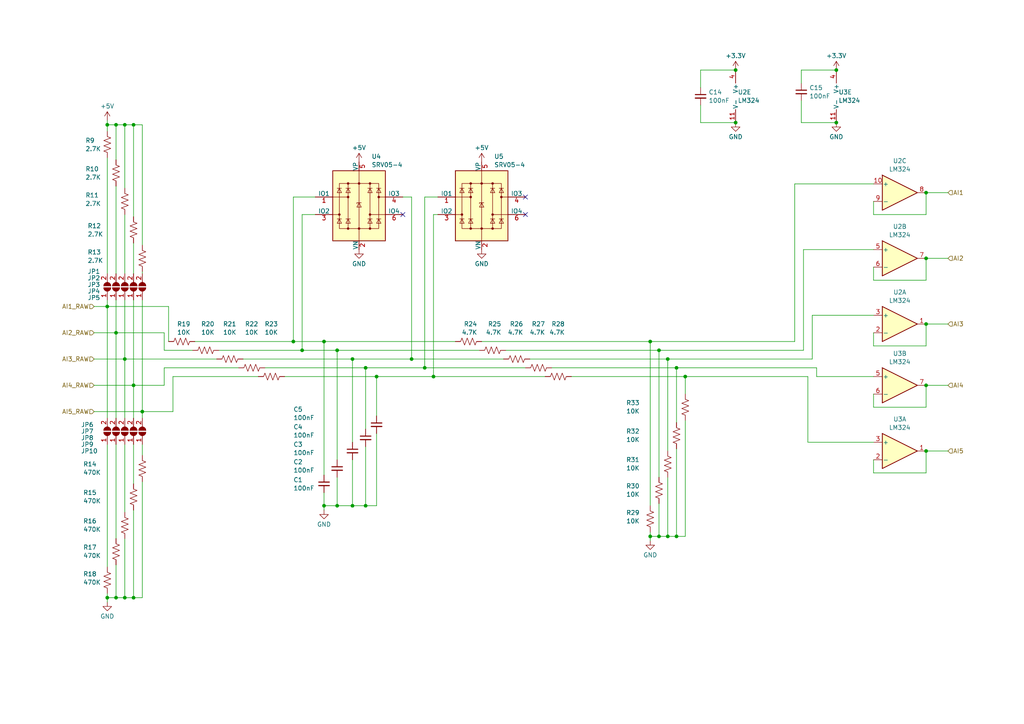
<source format=kicad_sch>
(kicad_sch (version 20231120) (generator "eeschema") (generator_version "8.0")
  (paper "A4")
  (title_block (title "CANBoard-Base") (date "2024-07-13") (rev "v1") (company "Dingo Electronics") (comment 1 "github.com/corygrant") (comment 2 "Cory Grant"))
  (lib_symbols
    (symbol "Amplifier_Operational:LM324" (pin_names (offset 0.127))
      (property "Reference" "U" (at 0 5.08 0))
      (property "Value" "LM324" (at 0 -5.08 0))
      (symbol "LM324_1_1"
        (polyline (pts (xy -5.08 5.08) (xy 5.08 0) (xy -5.08 -5.08) (xy -5.08 5.08)) (stroke (width 0.254)) (fill (type background)))
        (pin output line (at 7.62 0 180) (length 2.54) (name "~") (number "1"))
        (pin input line (at -7.62 -2.54 0) (length 2.54) (name "-") (number "2"))
        (pin input line (at -7.62 2.54 0) (length 2.54) (name "+") (number "3"))
      )
      (symbol "LM324_2_1"
        (polyline (pts (xy -5.08 5.08) (xy 5.08 0) (xy -5.08 -5.08) (xy -5.08 5.08)) (stroke (width 0.254)) (fill (type background)))
        (pin input line (at -7.62 2.54 0) (length 2.54) (name "+") (number "5"))
        (pin input line (at -7.62 -2.54 0) (length 2.54) (name "-") (number "6"))
        (pin output line (at 7.62 0 180) (length 2.54) (name "~") (number "7"))
      )
      (symbol "LM324_3_1"
        (polyline (pts (xy -5.08 5.08) (xy 5.08 0) (xy -5.08 -5.08) (xy -5.08 5.08)) (stroke (width 0.254)) (fill (type background)))
        (pin input line (at -7.62 2.54 0) (length 2.54) (name "+") (number "10"))
        (pin output line (at 7.62 0 180) (length 2.54) (name "~") (number "8"))
        (pin input line (at -7.62 -2.54 0) (length 2.54) (name "-") (number "9"))
      )
      (symbol "LM324_4_1"
        (polyline (pts (xy -5.08 5.08) (xy 5.08 0) (xy -5.08 -5.08) (xy -5.08 5.08)) (stroke (width 0.254)) (fill (type background)))
        (pin input line (at -7.62 2.54 0) (length 2.54) (name "+") (number "12"))
        (pin input line (at -7.62 -2.54 0) (length 2.54) (name "-") (number "13"))
        (pin output line (at 7.62 0 180) (length 2.54) (name "~") (number "14"))
      )
      (symbol "LM324_5_1"
        (pin power_in line (at -2.54 -7.62 90) (length 3.81) (name "V-") (number "11"))
        (pin power_in line (at -2.54 7.62 270) (length 3.81) (name "V+") (number "4"))
      )
    )
    (symbol "Device:C_Small" (pin_numbers hide) (pin_names (offset 0.254) hide)
      (property "Reference" "C" (at 0.254 1.778 0))
      (property "Value" "C_Small" (at 0.254 -2.032 0))
      (symbol "C_Small_0_1"
        (polyline (pts (xy -1.524 -0.508) (xy 1.524 -0.508)) (stroke (width 0.3302)))
        (polyline (pts (xy -1.524 0.508) (xy 1.524 0.508)) (stroke (width 0.3048)))
      )
      (symbol "C_Small_1_1"
        (pin passive line (at 0 2.54 270) (length 2.032) (name "~") (number "1"))
        (pin passive line (at 0 -2.54 90) (length 2.032) (name "~") (number "2"))
      )
    )
    (symbol "Device:R_US" (pin_numbers hide) (pin_names (offset 0))
      (property "Reference" "R" (at 2.54 0 90))
      (property "Value" "R_US" (at -2.54 0 90))
      (symbol "R_US_0_1"
        (polyline (pts (xy 0 -2.286) (xy 0 -2.54)))
        (polyline (pts (xy 0 2.286) (xy 0 2.54)))
        (polyline (pts (xy 0 -0.762) (xy 1.016 -1.143) (xy 0 -1.524) (xy -1.016 -1.905) (xy 0 -2.286)))
        (polyline (pts (xy 0 0.762) (xy 1.016 0.381) (xy 0 0) (xy -1.016 -0.381) (xy 0 -0.762)))
        (polyline (pts (xy 0 2.286) (xy 1.016 1.905) (xy 0 1.524) (xy -1.016 1.143) (xy 0 0.762)))
      )
      (symbol "R_US_1_1"
        (pin passive line (at 0 3.81 270) (length 1.27) (name "~") (number "1"))
        (pin passive line (at 0 -3.81 90) (length 1.27) (name "~") (number "2"))
      )
    )
    (symbol "Jumper:SolderJumper_2_Open" (pin_names (offset 0) hide)
      (property "Reference" "JP" (at 0 2.032 0))
      (property "Value" "SolderJumper_2_Open" (at 0 -2.54 0))
      (symbol "SolderJumper_2_Open_0_1"
        (arc (start -0.254 1.016) (mid -1.2656 0) (end -0.254 -1.016))
        (arc (start -0.254 1.016) (mid -1.2656 0) (end -0.254 -1.016) (fill (type outline)))
        (polyline (pts (xy -0.254 1.016) (xy -0.254 -1.016)))
        (polyline (pts (xy 0.254 1.016) (xy 0.254 -1.016)))
        (arc (start 0.254 -1.016) (mid 1.2656 0) (end 0.254 1.016))
        (arc (start 0.254 -1.016) (mid 1.2656 0) (end 0.254 1.016) (fill (type outline)))
      )
      (symbol "SolderJumper_2_Open_1_1"
        (pin passive line (at -3.81 0 0) (length 2.54) (name "A") (number "1"))
        (pin passive line (at 3.81 0 180) (length 2.54) (name "B") (number "2"))
      )
    )
    (symbol "Power_Protection:SRV05-4" (pin_names (offset 0))
      (property "Reference" "U" (at -5.08 11.43 0))
      (property "Value" "SRV05-4" (at 2.54 11.43 0))
      (symbol "SRV05-4_0_0"
        (rectangle (start -5.715 6.477) (end 5.715 -6.604))
        (polyline (pts (xy -3.175 -6.604) (xy -3.175 6.477)))
        (polyline (pts (xy 3.175 6.477) (xy 3.175 -6.604)))
      )
      (symbol "SRV05-4_0_1"
        (rectangle (start -7.62 10.16) (end 7.62 -10.16) (stroke (width 0.254)) (fill (type background)))
        (circle (center -5.715 -2.54) (radius 0.2794) (fill (type outline)))
        (circle (center -3.175 -6.604) (radius 0.2794) (fill (type outline)))
        (circle (center -3.175 2.54) (radius 0.2794) (fill (type outline)))
        (circle (center -3.175 6.477) (radius 0.2794) (fill (type outline)))
        (circle (center 0 -6.604) (radius 0.2794) (fill (type outline)))
        (polyline (pts (xy -7.747 2.54) (xy -3.175 2.54)))
        (polyline (pts (xy -7.62 -2.54) (xy -5.715 -2.54)))
        (polyline (pts (xy -5.08 -3.81) (xy -6.35 -3.81)))
        (polyline (pts (xy -5.08 5.08) (xy -6.35 5.08)))
        (polyline (pts (xy -2.54 -3.81) (xy -3.81 -3.81)))
        (polyline (pts (xy -2.54 5.08) (xy -3.81 5.08)))
        (polyline (pts (xy 0 10.16) (xy 0 -10.16)))
        (polyline (pts (xy 3.81 -3.81) (xy 2.54 -3.81)))
        (polyline (pts (xy 3.81 5.08) (xy 2.54 5.08)))
        (polyline (pts (xy 6.35 -3.81) (xy 5.08 -3.81)))
        (polyline (pts (xy 6.35 5.08) (xy 5.08 5.08)))
        (polyline (pts (xy 7.62 -2.54) (xy 3.175 -2.54)))
        (polyline (pts (xy 7.62 2.54) (xy 5.715 2.54)))
        (polyline (pts (xy 0.635 0.889) (xy -0.635 0.889) (xy -0.635 0.635)))
        (polyline (pts (xy -5.08 -5.08) (xy -6.35 -5.08) (xy -5.715 -3.81) (xy -5.08 -5.08)))
        (polyline (pts (xy -5.08 3.81) (xy -6.35 3.81) (xy -5.715 5.08) (xy -5.08 3.81)))
        (polyline (pts (xy -2.54 -5.08) (xy -3.81 -5.08) (xy -3.175 -3.81) (xy -2.54 -5.08)))
        (polyline (pts (xy -2.54 3.81) (xy -3.81 3.81) (xy -3.175 5.08) (xy -2.54 3.81)))
        (polyline (pts (xy 0.635 -0.381) (xy -0.635 -0.381) (xy 0 0.889) (xy 0.635 -0.381)))
        (polyline (pts (xy 3.81 -5.08) (xy 2.54 -5.08) (xy 3.175 -3.81) (xy 3.81 -5.08)))
        (polyline (pts (xy 3.81 3.81) (xy 2.54 3.81) (xy 3.175 5.08) (xy 3.81 3.81)))
        (polyline (pts (xy 6.35 -5.08) (xy 5.08 -5.08) (xy 5.715 -3.81) (xy 6.35 -5.08)))
        (polyline (pts (xy 6.35 3.81) (xy 5.08 3.81) (xy 5.715 5.08) (xy 6.35 3.81)))
        (circle (center 0 6.477) (radius 0.2794) (fill (type outline)))
        (circle (center 3.175 -6.604) (radius 0.2794) (fill (type outline)))
        (circle (center 3.175 -2.54) (radius 0.2794) (fill (type outline)))
        (circle (center 3.175 6.477) (radius 0.2794) (fill (type outline)))
        (circle (center 5.715 2.54) (radius 0.2794) (fill (type outline)))
      )
      (symbol "SRV05-4_1_1"
        (pin passive line (at -12.7 2.54 0) (length 5.08) (name "IO1") (number "1"))
        (pin passive line (at 0 -12.7 90) (length 2.54) (name "VN") (number "2"))
        (pin passive line (at -12.7 -2.54 0) (length 5.08) (name "IO2") (number "3"))
        (pin passive line (at 12.7 2.54 180) (length 5.08) (name "IO3") (number "4"))
        (pin passive line (at 0 12.7 270) (length 2.54) (name "VP") (number "5"))
        (pin passive line (at 12.7 -2.54 180) (length 5.08) (name "IO4") (number "6"))
      )
    )
    (symbol "power:+3.3V" (power) (pin_names (offset 0))
      (property "Value" "+3.3V" (at 0 3.556 0))
      (symbol "+3.3V_0_1"
        (polyline (pts (xy -0.762 1.27) (xy 0 2.54)))
        (polyline (pts (xy 0 0) (xy 0 2.54)))
        (polyline (pts (xy 0 2.54) (xy 0.762 1.27)))
      )
      (symbol "+3.3V_1_1"
        (pin power_in line (at 0 0 90) (length 0) hide (name "+3.3V") (number "1"))
      )
    )
    (symbol "power:+5V" (power) (pin_names (offset 0))
      (property "Value" "+5V" (at 0 3.556 0))
      (symbol "+5V_0_1"
        (polyline (pts (xy -0.762 1.27) (xy 0 2.54)))
        (polyline (pts (xy 0 0) (xy 0 2.54)))
        (polyline (pts (xy 0 2.54) (xy 0.762 1.27)))
      )
      (symbol "+5V_1_1"
        (pin power_in line (at 0 0 90) (length 0) hide (name "+5V") (number "1"))
      )
    )
    (symbol "power:GND" (power) (pin_names (offset 0))
      (property "Value" "GND" (at 0 -3.81 0))
      (symbol "GND_0_1"
        (polyline (pts (xy 0 0) (xy 0 -1.27) (xy 1.27 -1.27) (xy 0 -2.54) (xy -1.27 -1.27) (xy 0 -1.27)))
      )
      (symbol "GND_1_1"
        (pin power_in line (at 0 0 270) (length 0) hide (name "GND") (number "1"))
      )
    )
  )
  (junction (at 242.57 20.32))
  (junction (at 97.79 101.6))
  (junction (at 38.735 173.355))
  (junction (at 193.675 155.575))
  (junction (at 109.22 109.22))
  (junction (at 33.655 173.355))
  (junction (at 41.275 119.38))
  (junction (at 268.605 130.81))
  (junction (at 196.215 106.68))
  (junction (at 191.135 101.6))
  (junction (at 268.605 74.93))
  (junction (at 36.195 36.195))
  (junction (at 33.655 36.195))
  (junction (at 38.735 111.76))
  (junction (at 242.57 35.56))
  (junction (at 119.38 104.14))
  (junction (at 36.195 173.355))
  (junction (at 36.195 104.14))
  (junction (at 191.135 155.575))
  (junction (at 38.735 36.195))
  (junction (at 93.98 99.06))
  (junction (at 198.755 109.22))
  (junction (at 106.045 106.68))
  (junction (at 31.115 88.9))
  (junction (at 213.36 35.56))
  (junction (at 31.115 36.195))
  (junction (at 196.215 155.575))
  (junction (at 97.79 146.685))
  (junction (at 102.235 146.685))
  (junction (at 33.655 96.52))
  (junction (at 85.09 99.06))
  (junction (at 106.045 146.685))
  (junction (at 125.73 109.22))
  (junction (at 268.605 55.88))
  (junction (at 193.675 104.14))
  (junction (at 102.235 104.14))
  (junction (at 31.115 173.355))
  (junction (at 87.63 101.6))
  (junction (at 93.98 146.685))
  (junction (at 268.605 93.98))
  (junction (at 268.605 111.76))
  (junction (at 213.36 20.32))
  (junction (at 188.595 99.06))
  (junction (at 123.19 106.68))
  (junction (at 188.595 155.575))
  (no_connect (at 152.4 57.15))
  (no_connect (at 152.4 62.23))
  (no_connect (at 116.84 62.23))
  (wire (pts (xy 97.79 146.685) (xy 93.98 146.685)))
  (wire (pts (xy 33.655 173.355) (xy 36.195 173.355)))
  (wire (pts (xy 109.22 109.22) (xy 109.22 120.65)))
  (wire (pts (xy 109.22 109.22) (xy 125.73 109.22)))
  (wire (pts (xy 31.115 86.995) (xy 31.115 88.9)))
  (wire (pts (xy 116.84 57.15) (xy 119.38 57.15)))
  (wire (pts (xy 56.515 99.06) (xy 85.09 99.06)))
  (wire (pts (xy 38.735 36.195) (xy 36.195 36.195)))
  (wire (pts (xy 253.365 137.16) (xy 268.605 137.16)))
  (wire (pts (xy 234.315 128.27) (xy 253.365 128.27)))
  (wire (pts (xy 160.02 106.68) (xy 196.215 106.68)))
  (wire (pts (xy 230.505 99.06) (xy 230.505 53.34)))
  (wire (pts (xy 146.685 101.6) (xy 191.135 101.6)))
  (wire (pts (xy 253.365 133.35) (xy 253.365 137.16)))
  (wire (pts (xy 188.595 99.06) (xy 230.505 99.06)))
  (wire (pts (xy 33.655 96.52) (xy 33.655 121.285)))
  (wire (pts (xy 41.275 139.7) (xy 41.275 173.355)))
  (wire (pts (xy 196.215 130.175) (xy 196.215 155.575)))
  (wire (pts (xy 193.675 138.43) (xy 193.675 155.575)))
  (wire (pts (xy 268.605 55.88) (xy 274.955 55.88)))
  (wire (pts (xy 38.735 62.865) (xy 38.735 36.195)))
  (wire (pts (xy 36.195 173.355) (xy 38.735 173.355)))
  (wire (pts (xy 139.7 99.06) (xy 188.595 99.06)))
  (wire (pts (xy 268.605 118.11) (xy 268.605 111.76)))
  (wire (pts (xy 33.655 36.195) (xy 31.115 36.195)))
  (wire (pts (xy 97.79 101.6) (xy 97.79 133.35)))
  (wire (pts (xy 36.195 104.14) (xy 62.865 104.14)))
  (wire (pts (xy 33.655 86.995) (xy 33.655 96.52)))
  (wire (pts (xy 38.735 111.76) (xy 38.735 121.285)))
  (wire (pts (xy 36.195 62.23) (xy 36.195 79.375)))
  (wire (pts (xy 102.235 133.35) (xy 102.235 146.685)))
  (wire (pts (xy 41.275 119.38) (xy 41.275 121.285)))
  (wire (pts (xy 63.5 101.6) (xy 87.63 101.6)))
  (wire (pts (xy 191.135 146.05) (xy 191.135 155.575)))
  (wire (pts (xy 36.195 104.14) (xy 36.195 121.285)))
  (wire (pts (xy 253.365 62.23) (xy 268.605 62.23)))
  (wire (pts (xy 268.605 100.33) (xy 268.605 93.98)))
  (wire (pts (xy 97.79 146.685) (xy 102.235 146.685)))
  (wire (pts (xy 41.275 119.38) (xy 50.165 119.38)))
  (wire (pts (xy 233.045 72.39) (xy 253.365 72.39)))
  (wire (pts (xy 253.365 81.28) (xy 268.605 81.28)))
  (wire (pts (xy 87.63 62.23) (xy 87.63 101.6)))
  (wire (pts (xy 50.165 109.22) (xy 74.93 109.22)))
  (wire (pts (xy 33.655 53.975) (xy 33.655 79.375)))
  (wire (pts (xy 31.115 88.9) (xy 48.895 88.9)))
  (wire (pts (xy 47.625 111.76) (xy 47.625 106.68)))
  (wire (pts (xy 47.625 106.68) (xy 69.215 106.68)))
  (wire (pts (xy 93.98 146.685) (xy 93.98 147.955)))
  (wire (pts (xy 234.315 109.22) (xy 234.315 128.27)))
  (wire (pts (xy 93.98 99.06) (xy 93.98 137.795)))
  (wire (pts (xy 253.365 118.11) (xy 268.605 118.11)))
  (wire (pts (xy 230.505 53.34) (xy 253.365 53.34)))
  (wire (pts (xy 119.38 57.15) (xy 119.38 104.14)))
  (wire (pts (xy 127 62.23) (xy 125.73 62.23)))
  (wire (pts (xy 268.605 81.28) (xy 268.605 74.93)))
  (wire (pts (xy 235.585 91.44) (xy 235.585 104.14)))
  (wire (pts (xy 38.735 128.905) (xy 38.735 140.335)))
  (wire (pts (xy 31.115 36.195) (xy 31.115 38.1)))
  (wire (pts (xy 253.365 100.33) (xy 268.605 100.33)))
  (wire (pts (xy 188.595 154.305) (xy 188.595 155.575)))
  (wire (pts (xy 38.735 70.485) (xy 38.735 79.375)))
  (wire (pts (xy 232.41 29.21) (xy 232.41 35.56)))
  (wire (pts (xy 213.36 20.32) (xy 203.2 20.32)))
  (wire (pts (xy 106.045 129.54) (xy 106.045 146.685)))
  (wire (pts (xy 232.41 20.32) (xy 242.57 20.32)))
  (wire (pts (xy 253.365 77.47) (xy 253.365 81.28)))
  (wire (pts (xy 36.195 54.61) (xy 36.195 36.195)))
  (wire (pts (xy 165.735 109.22) (xy 198.755 109.22)))
  (wire (pts (xy 268.605 62.23) (xy 268.605 55.88)))
  (wire (pts (xy 268.605 111.76) (xy 274.955 111.76)))
  (wire (pts (xy 198.755 109.22) (xy 234.315 109.22)))
  (wire (pts (xy 188.595 155.575) (xy 188.595 156.845)))
  (wire (pts (xy 33.655 173.355) (xy 31.115 173.355)))
  (wire (pts (xy 87.63 101.6) (xy 97.79 101.6)))
  (wire (pts (xy 50.165 119.38) (xy 50.165 109.22)))
  (wire (pts (xy 36.195 128.905) (xy 36.195 148.59)))
  (wire (pts (xy 41.275 86.995) (xy 41.275 119.38)))
  (wire (pts (xy 33.655 163.83) (xy 33.655 173.355)))
  (wire (pts (xy 232.41 35.56) (xy 242.57 35.56)))
  (wire (pts (xy 41.275 173.355) (xy 38.735 173.355)))
  (wire (pts (xy 268.605 93.98) (xy 274.955 93.98)))
  (wire (pts (xy 109.22 125.73) (xy 109.22 146.685)))
  (wire (pts (xy 85.09 57.15) (xy 85.09 99.06)))
  (wire (pts (xy 235.585 91.44) (xy 253.365 91.44)))
  (wire (pts (xy 193.675 104.14) (xy 193.675 130.81)))
  (wire (pts (xy 119.38 104.14) (xy 146.05 104.14)))
  (wire (pts (xy 191.135 101.6) (xy 233.045 101.6)))
  (wire (pts (xy 191.135 101.6) (xy 191.135 138.43)))
  (wire (pts (xy 203.2 20.32) (xy 203.2 25.4)))
  (wire (pts (xy 236.855 109.22) (xy 253.365 109.22)))
  (wire (pts (xy 106.045 146.685) (xy 109.22 146.685)))
  (wire (pts (xy 253.365 58.42) (xy 253.365 62.23)))
  (wire (pts (xy 85.09 99.06) (xy 93.98 99.06)))
  (wire (pts (xy 268.605 137.16) (xy 268.605 130.81)))
  (wire (pts (xy 106.045 106.68) (xy 123.19 106.68)))
  (wire (pts (xy 91.44 62.23) (xy 87.63 62.23)))
  (wire (pts (xy 27.305 104.14) (xy 36.195 104.14)))
  (wire (pts (xy 38.735 86.995) (xy 38.735 111.76)))
  (wire (pts (xy 193.675 155.575) (xy 196.215 155.575)))
  (wire (pts (xy 31.115 173.355) (xy 31.115 174.625)))
  (wire (pts (xy 125.73 62.23) (xy 125.73 109.22)))
  (wire (pts (xy 196.215 106.68) (xy 196.215 122.555)))
  (wire (pts (xy 203.2 35.56) (xy 203.2 30.48)))
  (wire (pts (xy 41.275 36.195) (xy 38.735 36.195)))
  (wire (pts (xy 198.755 121.92) (xy 198.755 155.575)))
  (wire (pts (xy 153.67 104.14) (xy 193.675 104.14)))
  (wire (pts (xy 127 57.15) (xy 123.19 57.15)))
  (wire (pts (xy 188.595 99.06) (xy 188.595 146.685)))
  (wire (pts (xy 123.19 57.15) (xy 123.19 106.68)))
  (wire (pts (xy 268.605 74.93) (xy 274.955 74.93)))
  (wire (pts (xy 31.115 172.085) (xy 31.115 173.355)))
  (wire (pts (xy 70.485 104.14) (xy 102.235 104.14)))
  (wire (pts (xy 31.115 128.905) (xy 31.115 164.465)))
  (wire (pts (xy 38.735 111.76) (xy 47.625 111.76)))
  (wire (pts (xy 41.275 71.12) (xy 41.275 36.195)))
  (wire (pts (xy 41.275 78.74) (xy 41.275 79.375)))
  (wire (pts (xy 268.605 130.81) (xy 274.955 130.81)))
  (wire (pts (xy 102.235 104.14) (xy 102.235 128.27)))
  (wire (pts (xy 196.215 106.68) (xy 236.855 106.68)))
  (wire (pts (xy 232.41 20.32) (xy 232.41 24.13)))
  (wire (pts (xy 47.625 96.52) (xy 47.625 101.6)))
  (wire (pts (xy 253.365 96.52) (xy 253.365 100.33)))
  (wire (pts (xy 33.655 46.355) (xy 33.655 36.195)))
  (wire (pts (xy 27.305 88.9) (xy 31.115 88.9)))
  (wire (pts (xy 48.895 88.9) (xy 48.895 99.06)))
  (wire (pts (xy 203.2 35.56) (xy 213.36 35.56)))
  (wire (pts (xy 123.19 106.68) (xy 152.4 106.68)))
  (wire (pts (xy 97.79 138.43) (xy 97.79 146.685)))
  (wire (pts (xy 27.305 96.52) (xy 33.655 96.52)))
  (wire (pts (xy 102.235 146.685) (xy 106.045 146.685)))
  (wire (pts (xy 198.755 155.575) (xy 196.215 155.575)))
  (wire (pts (xy 76.835 106.68) (xy 106.045 106.68)))
  (wire (pts (xy 31.115 34.925) (xy 31.115 36.195)))
  (wire (pts (xy 41.275 128.905) (xy 41.275 132.08)))
  (wire (pts (xy 85.09 57.15) (xy 91.44 57.15)))
  (wire (pts (xy 33.655 128.905) (xy 33.655 156.21)))
  (wire (pts (xy 191.135 155.575) (xy 193.675 155.575)))
  (wire (pts (xy 253.365 114.3) (xy 253.365 118.11)))
  (wire (pts (xy 106.045 106.68) (xy 106.045 124.46)))
  (wire (pts (xy 47.625 101.6) (xy 55.88 101.6)))
  (wire (pts (xy 36.195 156.21) (xy 36.195 173.355)))
  (wire (pts (xy 97.79 101.6) (xy 139.065 101.6)))
  (wire (pts (xy 193.675 104.14) (xy 235.585 104.14)))
  (wire (pts (xy 191.135 155.575) (xy 188.595 155.575)))
  (wire (pts (xy 236.855 106.68) (xy 236.855 109.22)))
  (wire (pts (xy 36.195 36.195) (xy 33.655 36.195)))
  (wire (pts (xy 233.045 101.6) (xy 233.045 72.39)))
  (wire (pts (xy 125.73 109.22) (xy 158.115 109.22)))
  (wire (pts (xy 33.655 96.52) (xy 47.625 96.52)))
  (wire (pts (xy 31.115 45.72) (xy 31.115 79.375)))
  (wire (pts (xy 31.115 88.9) (xy 31.115 121.285)))
  (wire (pts (xy 27.305 119.38) (xy 41.275 119.38)))
  (wire (pts (xy 38.735 147.955) (xy 38.735 173.355)))
  (wire (pts (xy 93.98 99.06) (xy 132.08 99.06)))
  (wire (pts (xy 27.305 111.76) (xy 38.735 111.76)))
  (wire (pts (xy 82.55 109.22) (xy 109.22 109.22)))
  (wire (pts (xy 36.195 86.995) (xy 36.195 104.14)))
  (wire (pts (xy 198.755 109.22) (xy 198.755 114.3)))
  (wire (pts (xy 93.98 142.875) (xy 93.98 146.685)))
  (wire (pts (xy 102.235 104.14) (xy 119.38 104.14)))
  (hierarchical_label "AI2_RAW" (shape input) (at 27.305 96.52 180))
  (hierarchical_label "AI1_RAW" (shape input) (at 27.305 88.9 180))
  (hierarchical_label "AI3_RAW" (shape input) (at 27.305 104.14 180))
  (hierarchical_label "AI5_RAW" (shape input) (at 27.305 119.38 180))
  (hierarchical_label "AI2" (shape input) (at 274.955 74.93 0))
  (hierarchical_label "AI3" (shape input) (at 274.955 93.98 0))
  (hierarchical_label "AI4" (shape input) (at 274.955 111.76 0))
  (hierarchical_label "AI4_RAW" (shape input) (at 27.305 111.76 180))
  (hierarchical_label "AI5" (shape input) (at 274.955 130.81 0))
  (hierarchical_label "AI1" (shape input) (at 274.955 55.88 0))
  (symbol (lib_id "Device:C_Small") (at 203.2 27.94 0) (unit 1)
    (property "Reference" "C14" (at 205.5241 26.7342 0) (effects (justify left)))
    (property "Value" "100nF" (at 205.5241 29.1584 0) (effects (justify left)))
    (property "Footprint" "Capacitor_SMD:C_0805_2012Metric" (effects (hide yes)))
    (property "JLC_PN" "C49678" (effects (hide yes)))
  )
  (symbol (lib_id "Device:R_US") (at 38.735 144.145 0) (unit 1)
    (property "Reference" "R15" (at 24.13 142.875 0) (effects (justify left)))
    (property "Value" "470K" (at 24.13 145.2992 0) (effects (justify left)))
    (property "Footprint" "Resistor_SMD:R_0805_2012Metric" (effects (hide yes)))
    (property "JLC_PN" "C17709" (effects (hide yes)))
  )
  (symbol (lib_id "Amplifier_Operational:LM324") (at 245.11 27.94 0) (unit 5)
    (property "Reference" "U3" (at 243.205 26.7279 0) (effects (justify left)))
    (property "Value" "LM324" (at 243.205 29.1521 0) (effects (justify left)))
    (property "Footprint" "Package_SO:TSSOP-14_4.4x5mm_P0.65mm" (effects (hide yes)))
    (property "Datasheet" "http://www.ti.com/lit/ds/symlink/lm2902-n.pdf" (effects (hide yes)))
    (property "JLC_PN" "C7942" (effects (hide yes)))
  )
  (symbol (lib_id "power:GND") (at 242.57 35.56 0) (unit 1)
    (property "Reference" "#PWR017" (effects (hide yes)))
    (property "Value" "GND" (at 242.57 39.6931 0))
  )
  (symbol (lib_id "Jumper:SolderJumper_2_Open") (at 36.195 125.095 90) (unit 1) (in_bom no)
    (property "Reference" "JP8" (at 23.495 127 90) (effects (justify right)))
    (property "Value" "SolderJumper_2_Open" (effects (hide yes)))
    (property "Footprint" "Jumper:SolderJumper-2_P1.3mm_Open_RoundedPad1.0x1.5mm" (effects (hide yes)))
  )
  (symbol (lib_id "Device:R_US") (at 188.595 150.495 0) (unit 1)
    (property "Reference" "R29" (at 181.61 148.7058 0) (effects (justify left)))
    (property "Value" "10K" (at 181.61 151.13 0) (effects (justify left)))
    (property "Footprint" "Resistor_SMD:R_0805_2012Metric" (effects (hide yes)))
    (property "JLC_PN" "C17414" (effects (hide yes)))
  )
  (symbol (lib_id "power:GND") (at 104.14 72.39 0) (unit 1)
    (property "Reference" "#PWR010" (effects (hide yes)))
    (property "Value" "GND" (at 104.14 76.5231 0))
  )
  (symbol (lib_id "Jumper:SolderJumper_2_Open") (at 38.735 125.095 90) (unit 1) (in_bom no)
    (property "Reference" "JP9" (at 23.495 128.905 90) (effects (justify right)))
    (property "Value" "SolderJumper_2_Open" (effects (hide yes)))
    (property "Footprint" "Jumper:SolderJumper-2_P1.3mm_Open_RoundedPad1.0x1.5mm" (effects (hide yes)))
  )
  (symbol (lib_id "Amplifier_Operational:LM324") (at 260.985 93.98 0) (unit 1)
    (property "Reference" "U2" (at 260.985 84.7557 0))
    (property "Value" "LM324" (at 260.985 87.1799 0))
    (property "Footprint" "Package_SO:TSSOP-14_4.4x5mm_P0.65mm" (effects (hide yes)))
    (property "Datasheet" "http://www.ti.com/lit/ds/symlink/lm2902-n.pdf" (effects (hide yes)))
    (property "JLC_PN" "C7942" (effects (hide yes)))
  )
  (symbol (lib_id "Device:R_US") (at 33.655 160.02 0) (unit 1)
    (property "Reference" "R17" (at 24.13 158.75 0) (effects (justify left)))
    (property "Value" "470K" (at 24.13 161.1742 0) (effects (justify left)))
    (property "Footprint" "Resistor_SMD:R_0805_2012Metric" (effects (hide yes)))
    (property "JLC_PN" "C17709" (effects (hide yes)))
  )
  (symbol (lib_id "Jumper:SolderJumper_2_Open") (at 31.115 83.185 90) (unit 1) (in_bom no)
    (property "Reference" "JP1" (at 25.4 78.74 90) (effects (justify right)))
    (property "Value" "SolderJumper_2_Open" (effects (hide yes)))
    (property "Footprint" "Jumper:SolderJumper-2_P1.3mm_Open_RoundedPad1.0x1.5mm" (effects (hide yes)))
  )
  (symbol (lib_id "power:GND") (at 139.7 72.39 0) (unit 1)
    (property "Reference" "#PWR011" (effects (hide yes)))
    (property "Value" "GND" (at 139.7 76.5231 0))
  )
  (symbol (lib_id "Device:R_US") (at 36.195 152.4 0) (unit 1)
    (property "Reference" "R16" (at 24.13 151.13 0) (effects (justify left)))
    (property "Value" "470K" (at 24.13 153.5542 0) (effects (justify left)))
    (property "Footprint" "Resistor_SMD:R_0805_2012Metric" (effects (hide yes)))
    (property "JLC_PN" "C17709" (effects (hide yes)))
  )
  (symbol (lib_id "Device:C_Small") (at 102.235 130.81 0) (unit 1)
    (property "Reference" "C3" (at 85.09 128.905 0) (effects (justify left)))
    (property "Value" "100nF" (at 85.09 131.3292 0) (effects (justify left)))
    (property "Footprint" "Capacitor_SMD:C_0805_2012Metric" (effects (hide yes)))
    (property "JLC_PN" "C49678" (effects (hide yes)))
  )
  (symbol (lib_id "Device:R_US") (at 38.735 66.675 0) (unit 1)
    (property "Reference" "R12" (at 25.4 65.5208 0) (effects (justify left)))
    (property "Value" "2.7K" (at 25.4 67.945 0) (effects (justify left)))
    (property "Footprint" "Resistor_SMD:R_0805_2012Metric" (effects (hide yes)))
    (property "JLC_PN" "C17530" (effects (hide yes)))
  )
  (symbol (lib_id "Device:R_US") (at 31.115 168.275 0) (unit 1)
    (property "Reference" "R18" (at 24.13 166.4858 0) (effects (justify left)))
    (property "Value" "470K" (at 24.13 168.91 0) (effects (justify left)))
    (property "Footprint" "Resistor_SMD:R_0805_2012Metric" (effects (hide yes)))
    (property "JLC_PN" "C17709" (effects (hide yes)))
  )
  (symbol (lib_id "Amplifier_Operational:LM324") (at 260.985 74.93 0) (unit 2)
    (property "Reference" "U2" (at 260.985 65.7057 0))
    (property "Value" "LM324" (at 260.985 68.1299 0))
    (property "Footprint" "Package_SO:TSSOP-14_4.4x5mm_P0.65mm" (effects (hide yes)))
    (property "Datasheet" "http://www.ti.com/lit/ds/symlink/lm2902-n.pdf" (effects (hide yes)))
    (property "JLC_PN" "C7942" (effects (hide yes)))
  )
  (symbol (lib_id "Power_Protection:SRV05-4") (at 104.14 59.69 0) (unit 1)
    (property "Reference" "U4" (at 107.7661 45.3857 0) (effects (justify left)))
    (property "Value" "SRV05-4" (at 107.7661 47.8099 0) (effects (justify left)))
    (property "Footprint" "Package_TO_SOT_SMD:SOT-23-6" (effects (hide yes)))
    (property "Datasheet" "http://www.onsemi.com/pub/Collateral/SRV05-4-D.PDF" (effects (hide yes)))
    (property "JLC_PN" "C384887" (effects (hide yes)))
  )
  (symbol (lib_id "power:+5V") (at 139.7 46.99 0) (unit 1)
    (property "Reference" "#PWR013" (effects (hide yes)))
    (property "Value" "+5V" (at 139.7 42.8569 0))
  )
  (symbol (lib_id "Device:R_US") (at 73.025 106.68 90) (unit 1)
    (property "Reference" "R22" (at 74.93 93.98 90) (effects (justify left)))
    (property "Value" "10K" (at 74.93 96.4042 90) (effects (justify left)))
    (property "Footprint" "Resistor_SMD:R_0805_2012Metric" (effects (hide yes)))
    (property "JLC_PN" "C17414" (effects (hide yes)))
  )
  (symbol (lib_id "Device:R_US") (at 193.675 134.62 0) (unit 1)
    (property "Reference" "R31" (at 181.61 133.35 0) (effects (justify left)))
    (property "Value" "10K" (at 181.61 135.7742 0) (effects (justify left)))
    (property "Footprint" "Resistor_SMD:R_0805_2012Metric" (effects (hide yes)))
    (property "JLC_PN" "C17414" (effects (hide yes)))
  )
  (symbol (lib_id "Amplifier_Operational:LM324") (at 215.9 27.94 0) (unit 5)
    (property "Reference" "U2" (at 213.995 26.7279 0) (effects (justify left)))
    (property "Value" "LM324" (at 213.995 29.1521 0) (effects (justify left)))
    (property "Footprint" "Package_SO:TSSOP-14_4.4x5mm_P0.65mm" (effects (hide yes)))
    (property "Datasheet" "http://www.ti.com/lit/ds/symlink/lm2902-n.pdf" (effects (hide yes)))
    (property "JLC_PN" "C7942" (effects (hide yes)))
  )
  (symbol (lib_id "Device:C_Small") (at 106.045 127 0) (unit 1)
    (property "Reference" "C4" (at 85.09 123.825 0) (effects (justify left)))
    (property "Value" "100nF" (at 85.09 126.2492 0) (effects (justify left)))
    (property "Footprint" "Capacitor_SMD:C_0805_2012Metric" (effects (hide yes)))
    (property "JLC_PN" "C49678" (effects (hide yes)))
  )
  (symbol (lib_id "Jumper:SolderJumper_2_Open") (at 41.275 83.185 90) (unit 1) (in_bom no)
    (property "Reference" "JP5" (at 25.4 86.36 90) (effects (justify right)))
    (property "Value" "SolderJumper_2_Open" (effects (hide yes)))
    (property "Footprint" "Jumper:SolderJumper-2_P1.3mm_Open_RoundedPad1.0x1.5mm" (effects (hide yes)))
  )
  (symbol (lib_id "Device:R_US") (at 31.115 41.91 0) (unit 1)
    (property "Reference" "R9" (at 24.765 40.7558 0) (effects (justify left)))
    (property "Value" "2.7K" (at 24.765 43.18 0) (effects (justify left)))
    (property "Footprint" "Resistor_SMD:R_0805_2012Metric" (effects (hide yes)))
    (property "JLC_PN" "C17530" (effects (hide yes)))
  )
  (symbol (lib_id "Device:R_US") (at 59.69 101.6 90) (unit 1)
    (property "Reference" "R20" (at 62.23 93.98 90) (effects (justify left)))
    (property "Value" "10K" (at 62.23 96.4042 90) (effects (justify left)))
    (property "Footprint" "Resistor_SMD:R_0805_2012Metric" (effects (hide yes)))
    (property "JLC_PN" "C17414" (effects (hide yes)))
  )
  (symbol (lib_id "Device:R_US") (at 156.21 106.68 90) (unit 1)
    (property "Reference" "R27" (at 158.115 93.98 90) (effects (justify left)))
    (property "Value" "4.7K" (at 158.115 96.4042 90) (effects (justify left)))
    (property "Footprint" "Resistor_SMD:R_0805_2012Metric" (effects (hide yes)))
    (property "JLC_PN" "C17673" (effects (hide yes)))
  )
  (symbol (lib_id "Device:R_US") (at 33.655 50.165 0) (unit 1)
    (property "Reference" "R10" (at 24.765 49.0108 0) (effects (justify left)))
    (property "Value" "2.7K" (at 24.765 51.435 0) (effects (justify left)))
    (property "Footprint" "Resistor_SMD:R_0805_2012Metric" (effects (hide yes)))
    (property "JLC_PN" "C17530" (effects (hide yes)))
  )
  (symbol (lib_id "Power_Protection:SRV05-4") (at 139.7 59.69 0) (unit 1)
    (property "Reference" "U5" (at 143.3261 45.3857 0) (effects (justify left)))
    (property "Value" "SRV05-4" (at 143.3261 47.8099 0) (effects (justify left)))
    (property "Footprint" "Package_TO_SOT_SMD:SOT-23-6" (effects (hide yes)))
    (property "Datasheet" "http://www.onsemi.com/pub/Collateral/SRV05-4-D.PDF" (effects (hide yes)))
    (property "JLC_PN" "C384887" (effects (hide yes)))
  )
  (symbol (lib_id "Jumper:SolderJumper_2_Open") (at 36.195 83.185 90) (unit 1) (in_bom no)
    (property "Reference" "JP3" (at 25.4 82.55 90) (effects (justify right)))
    (property "Value" "SolderJumper_2_Open" (effects (hide yes)))
    (property "Footprint" "Jumper:SolderJumper-2_P1.3mm_Open_RoundedPad1.0x1.5mm" (effects (hide yes)))
  )
  (symbol (lib_id "Device:R_US") (at 36.195 58.42 0) (unit 1)
    (property "Reference" "R11" (at 24.765 56.6308 0) (effects (justify left)))
    (property "Value" "2.7K" (at 24.765 59.055 0) (effects (justify left)))
    (property "Footprint" "Resistor_SMD:R_0805_2012Metric" (effects (hide yes)))
    (property "JLC_PN" "C17530" (effects (hide yes)))
  )
  (symbol (lib_id "Device:C_Small") (at 109.22 123.19 0) (unit 1)
    (property "Reference" "C5" (at 85.09 118.745 0) (effects (justify left)))
    (property "Value" "100nF" (at 85.09 121.1692 0) (effects (justify left)))
    (property "Footprint" "Capacitor_SMD:C_0805_2012Metric" (effects (hide yes)))
    (property "JLC_PN" "C49678" (effects (hide yes)))
  )
  (symbol (lib_id "power:+5V") (at 31.115 34.925 0) (unit 1)
    (property "Reference" "#PWR018" (effects (hide yes)))
    (property "Value" "+5V" (at 31.115 30.7919 0))
  )
  (symbol (lib_id "power:+3.3V") (at 213.36 20.32 0) (mirror y) (unit 1)
    (property "Reference" "#PWR014" (effects (hide yes)))
    (property "Value" "+3.3V" (at 213.36 16.1869 0))
  )
  (symbol (lib_id "Device:R_US") (at 135.89 99.06 90) (unit 1)
    (property "Reference" "R24" (at 138.43 93.98 90) (effects (justify left)))
    (property "Value" "4.7K" (at 138.43 96.4042 90) (effects (justify left)))
    (property "Footprint" "Resistor_SMD:R_0805_2012Metric" (effects (hide yes)))
    (property "JLC_PN" "C17673" (effects (hide yes)))
  )
  (symbol (lib_id "Device:R_US") (at 78.74 109.22 90) (unit 1)
    (property "Reference" "R23" (at 80.645 93.98 90) (effects (justify left)))
    (property "Value" "10K" (at 80.645 96.4042 90) (effects (justify left)))
    (property "Footprint" "Resistor_SMD:R_0805_2012Metric" (effects (hide yes)))
    (property "JLC_PN" "C17414" (effects (hide yes)))
  )
  (symbol (lib_id "power:GND") (at 93.98 147.955 0) (unit 1)
    (property "Reference" "#PWR09" (effects (hide yes)))
    (property "Value" "GND" (at 93.98 152.0881 0))
  )
  (symbol (lib_id "Device:R_US") (at 161.925 109.22 90) (unit 1)
    (property "Reference" "R28" (at 163.83 93.98 90) (effects (justify left)))
    (property "Value" "4.7K" (at 163.83 96.4042 90) (effects (justify left)))
    (property "Footprint" "Resistor_SMD:R_0805_2012Metric" (effects (hide yes)))
    (property "JLC_PN" "C17673" (effects (hide yes)))
  )
  (symbol (lib_id "Amplifier_Operational:LM324") (at 260.985 55.88 0) (unit 3)
    (property "Reference" "U2" (at 260.985 46.6557 0))
    (property "Value" "LM324" (at 260.985 49.0799 0))
    (property "Footprint" "Package_SO:TSSOP-14_4.4x5mm_P0.65mm" (effects (hide yes)))
    (property "Datasheet" "http://www.ti.com/lit/ds/symlink/lm2902-n.pdf" (effects (hide yes)))
    (property "JLC_PN" "C7942" (effects (hide yes)))
  )
  (symbol (lib_id "Amplifier_Operational:LM324") (at 260.985 111.76 0) (unit 2)
    (property "Reference" "U3" (at 260.985 102.5357 0))
    (property "Value" "LM324" (at 260.985 104.9599 0))
    (property "Footprint" "Package_SO:TSSOP-14_4.4x5mm_P0.65mm" (effects (hide yes)))
    (property "Datasheet" "http://www.ti.com/lit/ds/symlink/lm2902-n.pdf" (effects (hide yes)))
    (property "JLC_PN" "C7942" (effects (hide yes)))
  )
  (symbol (lib_id "power:+3.3V") (at 242.57 20.32 0) (mirror y) (unit 1)
    (property "Reference" "#PWR015" (effects (hide yes)))
    (property "Value" "+3.3V" (at 242.57 16.1869 0))
  )
  (symbol (lib_id "Jumper:SolderJumper_2_Open") (at 33.655 83.185 90) (unit 1) (in_bom no)
    (property "Reference" "JP2" (at 25.4 80.645 90) (effects (justify right)))
    (property "Value" "SolderJumper_2_Open" (effects (hide yes)))
    (property "Footprint" "Jumper:SolderJumper-2_P1.3mm_Open_RoundedPad1.0x1.5mm" (effects (hide yes)))
  )
  (symbol (lib_id "Amplifier_Operational:LM324") (at 260.985 130.81 0) (unit 1)
    (property "Reference" "U3" (at 260.985 121.5857 0))
    (property "Value" "LM324" (at 260.985 124.0099 0))
    (property "Footprint" "Package_SO:TSSOP-14_4.4x5mm_P0.65mm" (effects (hide yes)))
    (property "Datasheet" "http://www.ti.com/lit/ds/symlink/lm2902-n.pdf" (effects (hide yes)))
    (property "JLC_PN" "C7942" (effects (hide yes)))
  )
  (symbol (lib_id "Jumper:SolderJumper_2_Open") (at 38.735 83.185 90) (unit 1) (in_bom no)
    (property "Reference" "JP4" (at 25.4 84.455 90) (effects (justify right)))
    (property "Value" "SolderJumper_2_Open" (effects (hide yes)))
    (property "Footprint" "Jumper:SolderJumper-2_P1.3mm_Open_RoundedPad1.0x1.5mm" (effects (hide yes)))
  )
  (symbol (lib_id "Device:C_Small") (at 232.41 26.67 0) (unit 1)
    (property "Reference" "C15" (at 234.7341 25.4642 0) (effects (justify left)))
    (property "Value" "100nF" (at 234.7341 27.8884 0) (effects (justify left)))
    (property "Footprint" "Capacitor_SMD:C_0805_2012Metric" (effects (hide yes)))
    (property "JLC_PN" "C49678" (effects (hide yes)))
  )
  (symbol (lib_id "Device:R_US") (at 142.875 101.6 90) (unit 1)
    (property "Reference" "R25" (at 145.415 93.98 90) (effects (justify left)))
    (property "Value" "4.7K" (at 145.415 96.4042 90) (effects (justify left)))
    (property "Footprint" "Resistor_SMD:R_0805_2012Metric" (effects (hide yes)))
    (property "JLC_PN" "C17673" (effects (hide yes)))
  )
  (symbol (lib_id "power:+5V") (at 104.14 46.99 0) (unit 1)
    (property "Reference" "#PWR012" (effects (hide yes)))
    (property "Value" "+5V" (at 104.14 42.8569 0))
  )
  (symbol (lib_id "Device:R_US") (at 52.705 99.06 90) (unit 1)
    (property "Reference" "R19" (at 55.245 93.98 90) (effects (justify left)))
    (property "Value" "10K" (at 55.245 96.4042 90) (effects (justify left)))
    (property "Footprint" "Resistor_SMD:R_0805_2012Metric" (effects (hide yes)))
    (property "JLC_PN" "C17414" (effects (hide yes)))
  )
  (symbol (lib_id "power:GND") (at 31.115 174.625 0) (unit 1)
    (property "Reference" "#PWR08" (effects (hide yes)))
    (property "Value" "GND" (at 31.115 178.7581 0))
  )
  (symbol (lib_id "Device:R_US") (at 191.135 142.24 0) (unit 1)
    (property "Reference" "R30" (at 181.61 140.97 0) (effects (justify left)))
    (property "Value" "10K" (at 181.61 143.3942 0) (effects (justify left)))
    (property "Footprint" "Resistor_SMD:R_0805_2012Metric" (effects (hide yes)))
    (property "JLC_PN" "C17414" (effects (hide yes)))
  )
  (symbol (lib_id "Device:C_Small") (at 97.79 135.89 0) (unit 1)
    (property "Reference" "C2" (at 85.09 133.985 0) (effects (justify left)))
    (property "Value" "100nF" (at 85.09 136.4092 0) (effects (justify left)))
    (property "Footprint" "Capacitor_SMD:C_0805_2012Metric" (effects (hide yes)))
    (property "JLC_PN" "C49678" (effects (hide yes)))
  )
  (symbol (lib_id "Device:R_US") (at 66.675 104.14 90) (unit 1)
    (property "Reference" "R21" (at 68.58 93.98 90) (effects (justify left)))
    (property "Value" "10K" (at 68.58 96.4042 90) (effects (justify left)))
    (property "Footprint" "Resistor_SMD:R_0805_2012Metric" (effects (hide yes)))
    (property "JLC_PN" "C17414" (effects (hide yes)))
  )
  (symbol (lib_id "power:GND") (at 188.595 156.845 0) (unit 1)
    (property "Reference" "#PWR028" (effects (hide yes)))
    (property "Value" "GND" (at 188.595 160.9781 0))
  )
  (symbol (lib_id "Device:R_US") (at 198.755 118.11 0) (unit 1)
    (property "Reference" "R33" (at 181.61 116.84 0) (effects (justify left)))
    (property "Value" "10K" (at 181.61 119.2642 0) (effects (justify left)))
    (property "Footprint" "Resistor_SMD:R_0805_2012Metric" (effects (hide yes)))
    (property "JLC_PN" "C17414" (effects (hide yes)))
  )
  (symbol (lib_id "Device:R_US") (at 41.275 74.93 0) (unit 1)
    (property "Reference" "R13" (at 25.4 73.1408 0) (effects (justify left)))
    (property "Value" "2.7K" (at 25.4 75.565 0) (effects (justify left)))
    (property "Footprint" "Resistor_SMD:R_0805_2012Metric" (effects (hide yes)))
    (property "JLC_PN" "C17530" (effects (hide yes)))
  )
  (symbol (lib_id "Jumper:SolderJumper_2_Open") (at 31.115 125.095 90) (unit 1) (in_bom no)
    (property "Reference" "JP6" (at 23.495 123.19 90) (effects (justify right)))
    (property "Value" "SolderJumper_2_Open" (effects (hide yes)))
    (property "Footprint" "Jumper:SolderJumper-2_P1.3mm_Open_RoundedPad1.0x1.5mm" (effects (hide yes)))
  )
  (symbol (lib_id "Device:R_US") (at 196.215 126.365 0) (unit 1)
    (property "Reference" "R32" (at 181.61 125.095 0) (effects (justify left)))
    (property "Value" "10K" (at 181.61 127.5192 0) (effects (justify left)))
    (property "Footprint" "Resistor_SMD:R_0805_2012Metric" (effects (hide yes)))
    (property "JLC_PN" "C17414" (effects (hide yes)))
  )
  (symbol (lib_id "Device:R_US") (at 41.275 135.89 0) (unit 1)
    (property "Reference" "R14" (at 24.13 134.62 0) (effects (justify left)))
    (property "Value" "470K" (at 24.13 137.0442 0) (effects (justify left)))
    (property "Footprint" "Resistor_SMD:R_0805_2012Metric" (effects (hide yes)))
    (property "JLC_PN" "C17709" (effects (hide yes)))
  )
  (symbol (lib_id "Jumper:SolderJumper_2_Open") (at 33.655 125.095 90) (unit 1) (in_bom no)
    (property "Reference" "JP7" (at 23.495 125.095 90) (effects (justify right)))
    (property "Value" "SolderJumper_2_Open" (effects (hide yes)))
    (property "Footprint" "Jumper:SolderJumper-2_P1.3mm_Open_RoundedPad1.0x1.5mm" (effects (hide yes)))
  )
  (symbol (lib_id "Device:R_US") (at 149.86 104.14 90) (unit 1)
    (property "Reference" "R26" (at 151.765 93.98 90) (effects (justify left)))
    (property "Value" "4.7K" (at 151.765 96.4042 90) (effects (justify left)))
    (property "Footprint" "Resistor_SMD:R_0805_2012Metric" (effects (hide yes)))
    (property "JLC_PN" "C17673" (effects (hide yes)))
  )
  (symbol (lib_id "power:GND") (at 213.36 35.56 0) (unit 1)
    (property "Reference" "#PWR016" (effects (hide yes)))
    (property "Value" "GND" (at 213.36 39.6931 0))
  )
  (symbol (lib_id "Device:C_Small") (at 93.98 140.335 0) (unit 1)
    (property "Reference" "C1" (at 85.09 139.1808 0) (effects (justify left)))
    (property "Value" "100nF" (at 85.09 141.605 0) (effects (justify left)))
    (property "Footprint" "Capacitor_SMD:C_0805_2012Metric" (effects (hide yes)))
    (property "JLC_PN" "C49678" (effects (hide yes)))
  )
  (symbol (lib_id "Jumper:SolderJumper_2_Open") (at 41.275 125.095 90) (unit 1) (in_bom no)
    (property "Reference" "JP10" (at 23.495 130.81 90) (effects (justify right)))
    (property "Value" "SolderJumper_2_Open" (effects (hide yes)))
    (property "Footprint" "Jumper:SolderJumper-2_P1.3mm_Open_RoundedPad1.0x1.5mm" (effects (hide yes)))
  )
)
</source>
